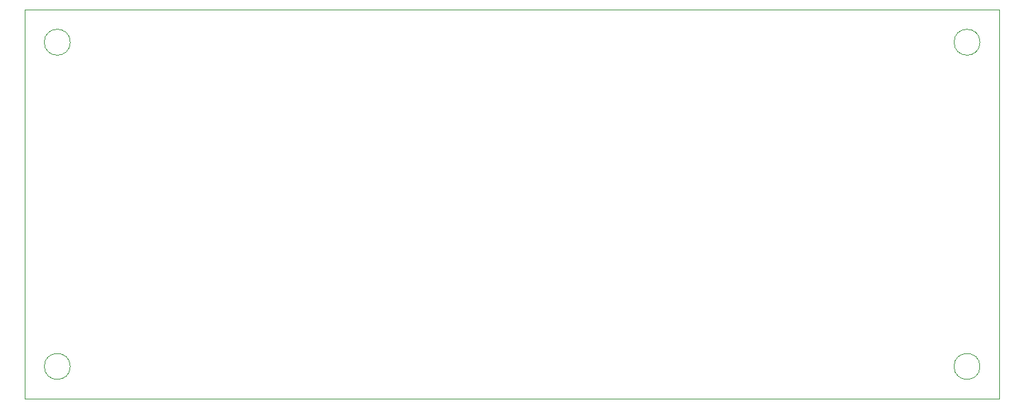
<source format=gm1>
G04 #@! TF.GenerationSoftware,KiCad,Pcbnew,7.0.5*
G04 #@! TF.CreationDate,2023-07-12T21:58:56-04:00*
G04 #@! TF.ProjectId,modulo del FPGA THT,6d6f6475-6c6f-4206-9465-6c2046504741,rev?*
G04 #@! TF.SameCoordinates,Original*
G04 #@! TF.FileFunction,Profile,NP*
%FSLAX46Y46*%
G04 Gerber Fmt 4.6, Leading zero omitted, Abs format (unit mm)*
G04 Created by KiCad (PCBNEW 7.0.5) date 2023-07-12 21:58:56*
%MOMM*%
%LPD*%
G01*
G04 APERTURE LIST*
G04 #@! TA.AperFunction,Profile*
%ADD10C,0.100000*%
G04 #@! TD*
G04 APERTURE END LIST*
D10*
X49675000Y-90960000D02*
G75*
G03*
X49675000Y-90960000I-1600000J0D01*
G01*
X161675000Y-90960000D02*
G75*
G03*
X161675000Y-90960000I-1600000J0D01*
G01*
X161675000Y-50960000D02*
G75*
G03*
X161675000Y-50960000I-1600000J0D01*
G01*
X49675000Y-50960000D02*
G75*
G03*
X49675000Y-50960000I-1600000J0D01*
G01*
X44075000Y-46960000D02*
X164075000Y-46960000D01*
X164075000Y-94960000D01*
X44075000Y-94960000D01*
X44075000Y-46960000D01*
M02*

</source>
